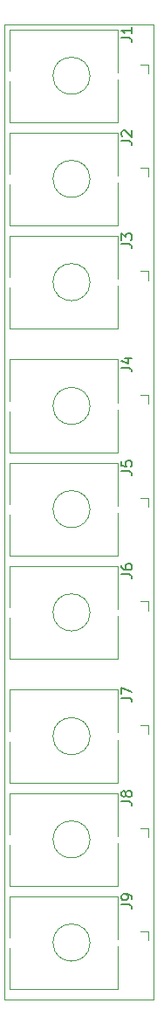
<source format=gto>
G04 #@! TF.GenerationSoftware,KiCad,Pcbnew,(6.0.0)*
G04 #@! TF.CreationDate,2022-04-30T18:42:26+02:00*
G04 #@! TF.ProjectId,Multiplexer_3x2,4d756c74-6970-46c6-9578-65725f337832,rev?*
G04 #@! TF.SameCoordinates,Original*
G04 #@! TF.FileFunction,Legend,Top*
G04 #@! TF.FilePolarity,Positive*
%FSLAX46Y46*%
G04 Gerber Fmt 4.6, Leading zero omitted, Abs format (unit mm)*
G04 Created by KiCad (PCBNEW (6.0.0)) date 2022-04-30 18:42:26*
%MOMM*%
%LPD*%
G01*
G04 APERTURE LIST*
G04 #@! TA.AperFunction,Profile*
%ADD10C,0.050000*%
G04 #@! TD*
%ADD11C,0.150000*%
%ADD12C,0.120000*%
%ADD13R,1.830000X1.930000*%
%ADD14C,2.130000*%
G04 APERTURE END LIST*
D10*
X52750000Y-37000000D02*
X67250000Y-37000000D01*
X67250000Y-37000000D02*
X67250000Y-131500000D01*
X52750000Y-131500000D02*
X67250000Y-131500000D01*
X52750000Y-37000000D02*
X52750000Y-131500000D01*
D11*
X64152380Y-90303333D02*
X64866666Y-90303333D01*
X65009523Y-90350952D01*
X65104761Y-90446190D01*
X65152380Y-90589047D01*
X65152380Y-90684285D01*
X64152380Y-89398571D02*
X64152380Y-89589047D01*
X64200000Y-89684285D01*
X64247619Y-89731904D01*
X64390476Y-89827142D01*
X64580952Y-89874761D01*
X64961904Y-89874761D01*
X65057142Y-89827142D01*
X65104761Y-89779523D01*
X65152380Y-89684285D01*
X65152380Y-89493809D01*
X65104761Y-89398571D01*
X65057142Y-89350952D01*
X64961904Y-89303333D01*
X64723809Y-89303333D01*
X64628571Y-89350952D01*
X64580952Y-89398571D01*
X64533333Y-89493809D01*
X64533333Y-89684285D01*
X64580952Y-89779523D01*
X64628571Y-89827142D01*
X64723809Y-89874761D01*
X64152380Y-70303333D02*
X64866666Y-70303333D01*
X65009523Y-70350952D01*
X65104761Y-70446190D01*
X65152380Y-70589047D01*
X65152380Y-70684285D01*
X64485714Y-69398571D02*
X65152380Y-69398571D01*
X64104761Y-69636666D02*
X64819047Y-69874761D01*
X64819047Y-69255714D01*
X64152380Y-122303333D02*
X64866666Y-122303333D01*
X65009523Y-122350952D01*
X65104761Y-122446190D01*
X65152380Y-122589047D01*
X65152380Y-122684285D01*
X65152380Y-121779523D02*
X65152380Y-121589047D01*
X65104761Y-121493809D01*
X65057142Y-121446190D01*
X64914285Y-121350952D01*
X64723809Y-121303333D01*
X64342857Y-121303333D01*
X64247619Y-121350952D01*
X64200000Y-121398571D01*
X64152380Y-121493809D01*
X64152380Y-121684285D01*
X64200000Y-121779523D01*
X64247619Y-121827142D01*
X64342857Y-121874761D01*
X64580952Y-121874761D01*
X64676190Y-121827142D01*
X64723809Y-121779523D01*
X64771428Y-121684285D01*
X64771428Y-121493809D01*
X64723809Y-121398571D01*
X64676190Y-121350952D01*
X64580952Y-121303333D01*
X64152380Y-80303333D02*
X64866666Y-80303333D01*
X65009523Y-80350952D01*
X65104761Y-80446190D01*
X65152380Y-80589047D01*
X65152380Y-80684285D01*
X64152380Y-79350952D02*
X64152380Y-79827142D01*
X64628571Y-79874761D01*
X64580952Y-79827142D01*
X64533333Y-79731904D01*
X64533333Y-79493809D01*
X64580952Y-79398571D01*
X64628571Y-79350952D01*
X64723809Y-79303333D01*
X64961904Y-79303333D01*
X65057142Y-79350952D01*
X65104761Y-79398571D01*
X65152380Y-79493809D01*
X65152380Y-79731904D01*
X65104761Y-79827142D01*
X65057142Y-79874761D01*
X64152380Y-102303333D02*
X64866666Y-102303333D01*
X65009523Y-102350952D01*
X65104761Y-102446190D01*
X65152380Y-102589047D01*
X65152380Y-102684285D01*
X64152380Y-101922380D02*
X64152380Y-101255714D01*
X65152380Y-101684285D01*
X64152380Y-58303333D02*
X64866666Y-58303333D01*
X65009523Y-58350952D01*
X65104761Y-58446190D01*
X65152380Y-58589047D01*
X65152380Y-58684285D01*
X64152380Y-57922380D02*
X64152380Y-57303333D01*
X64533333Y-57636666D01*
X64533333Y-57493809D01*
X64580952Y-57398571D01*
X64628571Y-57350952D01*
X64723809Y-57303333D01*
X64961904Y-57303333D01*
X65057142Y-57350952D01*
X65104761Y-57398571D01*
X65152380Y-57493809D01*
X65152380Y-57779523D01*
X65104761Y-57874761D01*
X65057142Y-57922380D01*
X64152380Y-38303333D02*
X64866666Y-38303333D01*
X65009523Y-38350952D01*
X65104761Y-38446190D01*
X65152380Y-38589047D01*
X65152380Y-38684285D01*
X65152380Y-37303333D02*
X65152380Y-37874761D01*
X65152380Y-37589047D02*
X64152380Y-37589047D01*
X64295238Y-37684285D01*
X64390476Y-37779523D01*
X64438095Y-37874761D01*
X64152380Y-112303333D02*
X64866666Y-112303333D01*
X65009523Y-112350952D01*
X65104761Y-112446190D01*
X65152380Y-112589047D01*
X65152380Y-112684285D01*
X64580952Y-111684285D02*
X64533333Y-111779523D01*
X64485714Y-111827142D01*
X64390476Y-111874761D01*
X64342857Y-111874761D01*
X64247619Y-111827142D01*
X64200000Y-111779523D01*
X64152380Y-111684285D01*
X64152380Y-111493809D01*
X64200000Y-111398571D01*
X64247619Y-111350952D01*
X64342857Y-111303333D01*
X64390476Y-111303333D01*
X64485714Y-111350952D01*
X64533333Y-111398571D01*
X64580952Y-111493809D01*
X64580952Y-111684285D01*
X64628571Y-111779523D01*
X64676190Y-111827142D01*
X64771428Y-111874761D01*
X64961904Y-111874761D01*
X65057142Y-111827142D01*
X65104761Y-111779523D01*
X65152380Y-111684285D01*
X65152380Y-111493809D01*
X65104761Y-111398571D01*
X65057142Y-111350952D01*
X64961904Y-111303333D01*
X64771428Y-111303333D01*
X64676190Y-111350952D01*
X64628571Y-111398571D01*
X64580952Y-111493809D01*
X64152380Y-48303333D02*
X64866666Y-48303333D01*
X65009523Y-48350952D01*
X65104761Y-48446190D01*
X65152380Y-48589047D01*
X65152380Y-48684285D01*
X64247619Y-47874761D02*
X64200000Y-47827142D01*
X64152380Y-47731904D01*
X64152380Y-47493809D01*
X64200000Y-47398571D01*
X64247619Y-47350952D01*
X64342857Y-47303333D01*
X64438095Y-47303333D01*
X64580952Y-47350952D01*
X65152380Y-47922380D01*
X65152380Y-47303333D01*
D12*
X66780000Y-92940000D02*
X66780000Y-93800000D01*
X63800000Y-89500000D02*
X53300000Y-89500000D01*
X63800000Y-93650000D02*
X63800000Y-89500000D01*
X63800000Y-98500000D02*
X63800000Y-94350000D01*
X53300000Y-98500000D02*
X53300000Y-94500000D01*
X53300000Y-93500000D02*
X53300000Y-89500000D01*
X63800000Y-98500000D02*
X53300000Y-98500000D01*
X66780000Y-92940000D02*
X65980000Y-92940000D01*
X61100000Y-94000000D02*
G75*
G03*
X61100000Y-94000000I-1800000J0D01*
G01*
X66780000Y-72940000D02*
X65980000Y-72940000D01*
X63800000Y-69500000D02*
X53300000Y-69500000D01*
X63800000Y-78500000D02*
X53300000Y-78500000D01*
X63800000Y-73650000D02*
X63800000Y-69500000D01*
X53300000Y-73500000D02*
X53300000Y-69500000D01*
X66780000Y-72940000D02*
X66780000Y-73800000D01*
X53300000Y-78500000D02*
X53300000Y-74500000D01*
X63800000Y-78500000D02*
X63800000Y-74350000D01*
X61100000Y-74000000D02*
G75*
G03*
X61100000Y-74000000I-1800000J0D01*
G01*
X63800000Y-130500000D02*
X53300000Y-130500000D01*
X66780000Y-124940000D02*
X65980000Y-124940000D01*
X66780000Y-124940000D02*
X66780000Y-125800000D01*
X53300000Y-130500000D02*
X53300000Y-126500000D01*
X53300000Y-125500000D02*
X53300000Y-121500000D01*
X63800000Y-130500000D02*
X63800000Y-126350000D01*
X63800000Y-125650000D02*
X63800000Y-121500000D01*
X63800000Y-121500000D02*
X53300000Y-121500000D01*
X61100000Y-126000000D02*
G75*
G03*
X61100000Y-126000000I-1800000J0D01*
G01*
X53300000Y-88500000D02*
X53300000Y-84500000D01*
X63800000Y-79500000D02*
X53300000Y-79500000D01*
X63800000Y-88500000D02*
X53300000Y-88500000D01*
X63800000Y-88500000D02*
X63800000Y-84350000D01*
X66780000Y-82940000D02*
X66780000Y-83800000D01*
X53300000Y-83500000D02*
X53300000Y-79500000D01*
X63800000Y-83650000D02*
X63800000Y-79500000D01*
X66780000Y-82940000D02*
X65980000Y-82940000D01*
X61100000Y-84000000D02*
G75*
G03*
X61100000Y-84000000I-1800000J0D01*
G01*
X63800000Y-101500000D02*
X53300000Y-101500000D01*
X63800000Y-110500000D02*
X53300000Y-110500000D01*
X63800000Y-110500000D02*
X63800000Y-106350000D01*
X53300000Y-110500000D02*
X53300000Y-106500000D01*
X63800000Y-105650000D02*
X63800000Y-101500000D01*
X66780000Y-104940000D02*
X65980000Y-104940000D01*
X53300000Y-105500000D02*
X53300000Y-101500000D01*
X66780000Y-104940000D02*
X66780000Y-105800000D01*
X61100000Y-106000000D02*
G75*
G03*
X61100000Y-106000000I-1800000J0D01*
G01*
X63800000Y-66500000D02*
X63800000Y-62350000D01*
X63800000Y-57500000D02*
X53300000Y-57500000D01*
X66780000Y-60940000D02*
X65980000Y-60940000D01*
X53300000Y-61500000D02*
X53300000Y-57500000D01*
X66780000Y-60940000D02*
X66780000Y-61800000D01*
X63800000Y-66500000D02*
X53300000Y-66500000D01*
X63800000Y-61650000D02*
X63800000Y-57500000D01*
X53300000Y-66500000D02*
X53300000Y-62500000D01*
X61100000Y-62000000D02*
G75*
G03*
X61100000Y-62000000I-1800000J0D01*
G01*
X53300000Y-41500000D02*
X53300000Y-37500000D01*
X63800000Y-46500000D02*
X63800000Y-42350000D01*
X63800000Y-37500000D02*
X53300000Y-37500000D01*
X66780000Y-40940000D02*
X66780000Y-41800000D01*
X63800000Y-46500000D02*
X53300000Y-46500000D01*
X53300000Y-46500000D02*
X53300000Y-42500000D01*
X66780000Y-40940000D02*
X65980000Y-40940000D01*
X63800000Y-41650000D02*
X63800000Y-37500000D01*
X61100000Y-42000000D02*
G75*
G03*
X61100000Y-42000000I-1800000J0D01*
G01*
X63800000Y-120500000D02*
X63800000Y-116350000D01*
X53300000Y-115500000D02*
X53300000Y-111500000D01*
X63800000Y-111500000D02*
X53300000Y-111500000D01*
X66780000Y-114940000D02*
X65980000Y-114940000D01*
X53300000Y-120500000D02*
X53300000Y-116500000D01*
X63800000Y-120500000D02*
X53300000Y-120500000D01*
X63800000Y-115650000D02*
X63800000Y-111500000D01*
X66780000Y-114940000D02*
X66780000Y-115800000D01*
X61100000Y-116000000D02*
G75*
G03*
X61100000Y-116000000I-1800000J0D01*
G01*
X66780000Y-50940000D02*
X65980000Y-50940000D01*
X63800000Y-56500000D02*
X53300000Y-56500000D01*
X53300000Y-56500000D02*
X53300000Y-52500000D01*
X63800000Y-56500000D02*
X63800000Y-52350000D01*
X63800000Y-51650000D02*
X63800000Y-47500000D01*
X66780000Y-50940000D02*
X66780000Y-51800000D01*
X63800000Y-47500000D02*
X53300000Y-47500000D01*
X53300000Y-51500000D02*
X53300000Y-47500000D01*
X61100000Y-52000000D02*
G75*
G03*
X61100000Y-52000000I-1800000J0D01*
G01*
%LPC*%
D13*
X65780000Y-94000000D03*
D14*
X54380000Y-94000000D03*
X62680000Y-94000000D03*
D13*
X65780000Y-74000000D03*
D14*
X54380000Y-74000000D03*
X62680000Y-74000000D03*
D13*
X65780000Y-126000000D03*
D14*
X54380000Y-126000000D03*
X62680000Y-126000000D03*
D13*
X65780000Y-84000000D03*
D14*
X54380000Y-84000000D03*
X62680000Y-84000000D03*
D13*
X65780000Y-106000000D03*
D14*
X54380000Y-106000000D03*
X62680000Y-106000000D03*
D13*
X65780000Y-62000000D03*
D14*
X54380000Y-62000000D03*
X62680000Y-62000000D03*
D13*
X65780000Y-42000000D03*
D14*
X54380000Y-42000000D03*
X62680000Y-42000000D03*
D13*
X65780000Y-116000000D03*
D14*
X54380000Y-116000000D03*
X62680000Y-116000000D03*
D13*
X65780000Y-52000000D03*
D14*
X54380000Y-52000000D03*
X62680000Y-52000000D03*
M02*

</source>
